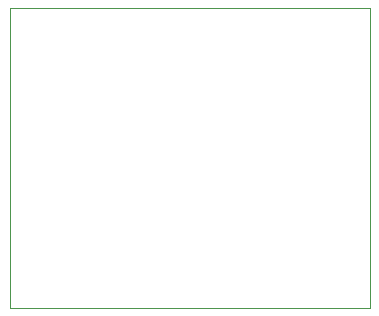
<source format=gko>
%FSLAX46Y46*%
G04 Gerber Fmt 4.6, Leading zero omitted, Abs format (unit mm)*
G04 Created by KiCad (PCBNEW (2014-07-09 BZR 4988)-product) date Wed 13 Aug 2014 10:14:38 AM PDT*
%MOMM*%
G01*
G04 APERTURE LIST*
%ADD10C,0.050000*%
%ADD11C,0.100000*%
G04 APERTURE END LIST*
D10*
D11*
X132080000Y-114300000D02*
X101600000Y-114300000D01*
X132080000Y-88900000D02*
X132080000Y-114300000D01*
X101600000Y-88900000D02*
X132080000Y-88900000D01*
X101600000Y-88900000D02*
X101600000Y-114300000D01*
M02*

</source>
